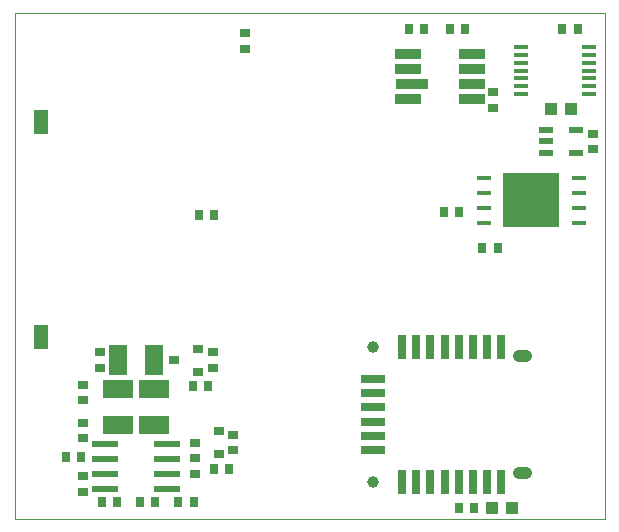
<source format=gtp>
G75*
%MOIN*%
%OFA0B0*%
%FSLAX25Y25*%
%IPPOS*%
%LPD*%
%AMOC8*
5,1,8,0,0,1.08239X$1,22.5*
%
%ADD10C,0.00000*%
%ADD11R,0.04724X0.02165*%
%ADD12R,0.08858X0.03543*%
%ADD13R,0.11024X0.03543*%
%ADD14R,0.18504X0.18110*%
%ADD15R,0.04724X0.01772*%
%ADD16R,0.03150X0.07874*%
%ADD17C,0.03937*%
%ADD18R,0.07874X0.03150*%
%ADD19C,0.03937*%
%ADD20R,0.08700X0.02400*%
%ADD21R,0.06299X0.10236*%
%ADD22R,0.10236X0.06299*%
%ADD23R,0.05118X0.07874*%
%ADD24R,0.03500X0.03100*%
%ADD25R,0.02756X0.03543*%
%ADD26R,0.03543X0.02756*%
%ADD27R,0.04961X0.01417*%
%ADD28R,0.04331X0.03937*%
D10*
X0001113Y0001800D02*
X0001113Y0170698D01*
X0197767Y0170698D01*
X0197767Y0001800D01*
X0001113Y0001800D01*
D11*
X0178081Y0124044D03*
X0178081Y0127784D03*
X0178081Y0131524D03*
X0188318Y0131524D03*
X0188318Y0124044D03*
D12*
X0153377Y0141957D03*
X0153377Y0146879D03*
X0153377Y0151997D03*
X0153377Y0156918D03*
X0132314Y0156918D03*
X0132314Y0151997D03*
X0132314Y0141957D03*
D13*
X0133396Y0146879D03*
D14*
X0173357Y0108099D03*
D15*
X0157609Y0105599D03*
X0157609Y0100599D03*
X0157609Y0110599D03*
X0157609Y0115599D03*
X0189105Y0115599D03*
X0189105Y0110599D03*
X0189105Y0105599D03*
X0189105Y0100599D03*
D16*
X0163278Y0059359D03*
X0158554Y0059359D03*
X0153830Y0059359D03*
X0149105Y0059359D03*
X0144381Y0059359D03*
X0139656Y0059359D03*
X0134932Y0059359D03*
X0130207Y0059359D03*
X0130207Y0014083D03*
X0134932Y0014083D03*
X0139656Y0014083D03*
X0144381Y0014083D03*
X0149105Y0014083D03*
X0153830Y0014083D03*
X0158554Y0014083D03*
X0163278Y0014083D03*
D17*
X0120365Y0014083D03*
X0120365Y0059359D03*
D18*
X0120365Y0048532D03*
X0120365Y0043808D03*
X0120365Y0039083D03*
X0120365Y0034359D03*
X0120365Y0029635D03*
X0120365Y0024910D03*
D19*
X0169184Y0017233D02*
X0171546Y0017233D01*
X0169184Y0017233D02*
X0169184Y0017233D01*
X0171546Y0017233D01*
X0171546Y0017233D01*
X0171546Y0056209D02*
X0169184Y0056209D01*
X0169184Y0056209D01*
X0171546Y0056209D01*
X0171546Y0056209D01*
D20*
X0051767Y0027017D03*
X0051767Y0022017D03*
X0051767Y0017017D03*
X0051767Y0012017D03*
X0031167Y0012017D03*
X0031167Y0017017D03*
X0031167Y0022017D03*
X0031167Y0027017D03*
D21*
X0035562Y0054950D03*
X0047373Y0054950D03*
D22*
X0047373Y0045107D03*
X0035562Y0045107D03*
X0035562Y0033296D03*
X0047373Y0033296D03*
D23*
X0009971Y0062430D03*
X0009971Y0134083D03*
D24*
X0062200Y0058650D03*
X0054200Y0054850D03*
X0062200Y0051050D03*
X0069089Y0031091D03*
X0069089Y0023491D03*
X0061089Y0027291D03*
D25*
X0067452Y0018532D03*
X0072570Y0018532D03*
X0060759Y0007706D03*
X0055641Y0007706D03*
X0047963Y0007706D03*
X0042845Y0007706D03*
X0035168Y0007706D03*
X0030050Y0007706D03*
X0023357Y0022469D03*
X0018239Y0022469D03*
X0060562Y0046091D03*
X0065680Y0046091D03*
X0067648Y0103178D03*
X0062530Y0103178D03*
X0132412Y0165186D03*
X0137530Y0165186D03*
X0146192Y0165186D03*
X0151310Y0165186D03*
X0183593Y0165186D03*
X0188711Y0165186D03*
X0149341Y0104162D03*
X0144223Y0104162D03*
X0157019Y0092351D03*
X0162137Y0092351D03*
X0154263Y0005737D03*
X0149144Y0005737D03*
D26*
X0073948Y0024831D03*
X0073948Y0029950D03*
X0061152Y0022076D03*
X0061152Y0016957D03*
X0023751Y0016170D03*
X0023751Y0011052D03*
X0023751Y0028769D03*
X0023751Y0033887D03*
X0023751Y0041564D03*
X0023751Y0046682D03*
X0029656Y0052391D03*
X0029656Y0057509D03*
X0067058Y0057509D03*
X0067058Y0052391D03*
X0160562Y0139005D03*
X0160562Y0144123D03*
X0194026Y0130343D03*
X0194026Y0125225D03*
X0077885Y0158690D03*
X0077885Y0163808D03*
D27*
X0169814Y0159083D03*
X0169814Y0156524D03*
X0169814Y0153965D03*
X0169814Y0151406D03*
X0169814Y0148847D03*
X0169814Y0146288D03*
X0169814Y0143729D03*
X0192648Y0143729D03*
X0192648Y0146288D03*
X0192648Y0148847D03*
X0192648Y0151406D03*
X0192648Y0153965D03*
X0192648Y0156524D03*
X0192648Y0159083D03*
D28*
X0186546Y0138611D03*
X0179853Y0138611D03*
X0166861Y0005737D03*
X0160168Y0005737D03*
M02*

</source>
